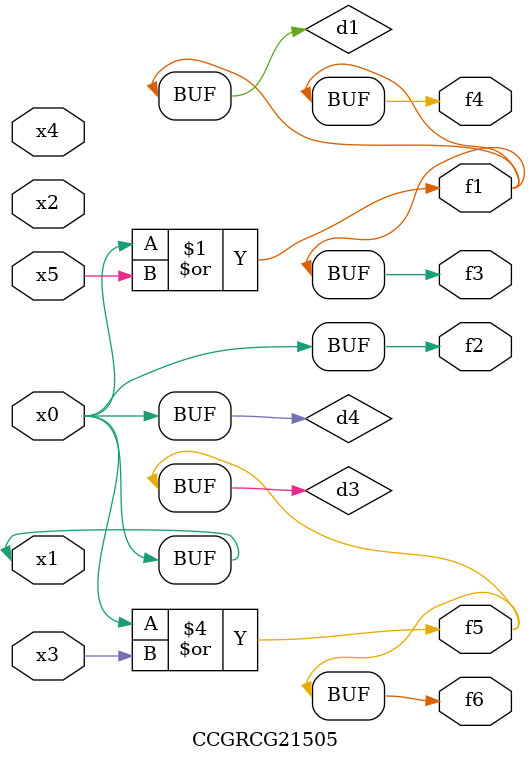
<source format=v>
module CCGRCG21505(
	input x0, x1, x2, x3, x4, x5,
	output f1, f2, f3, f4, f5, f6
);

	wire d1, d2, d3, d4;

	or (d1, x0, x5);
	xnor (d2, x1, x4);
	or (d3, x0, x3);
	buf (d4, x0, x1);
	assign f1 = d1;
	assign f2 = d4;
	assign f3 = d1;
	assign f4 = d1;
	assign f5 = d3;
	assign f6 = d3;
endmodule

</source>
